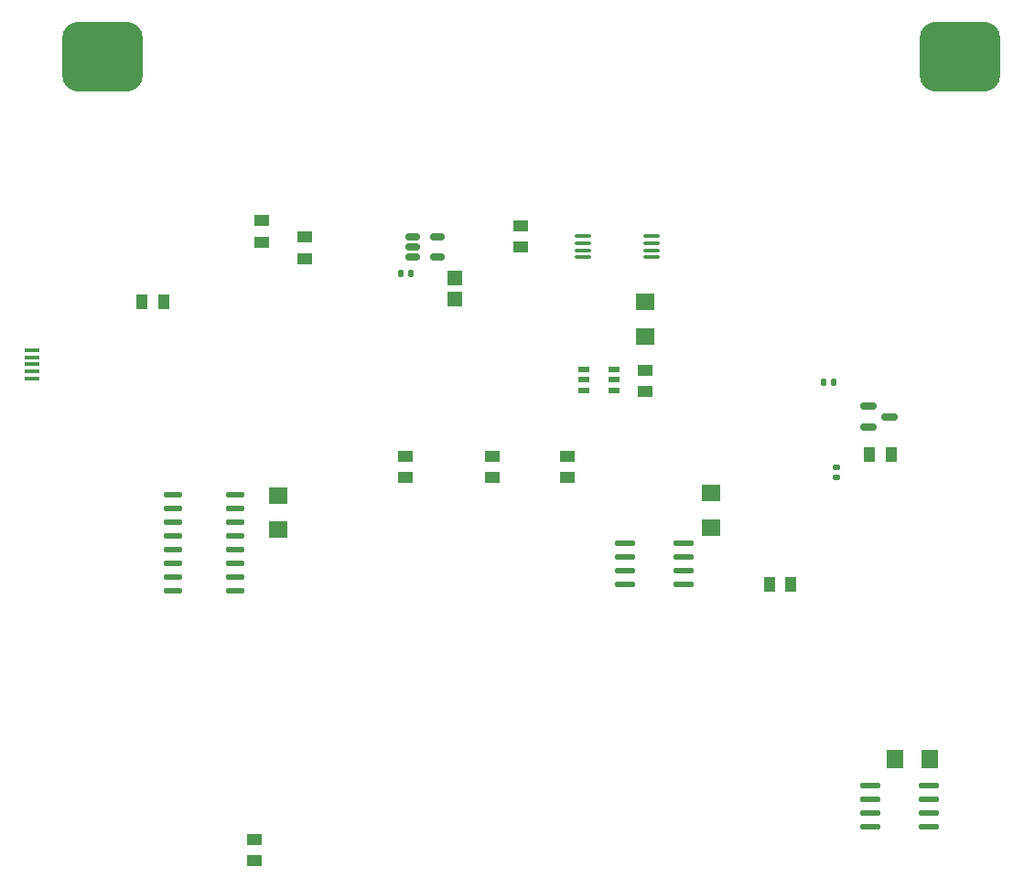
<source format=gbr>
%TF.GenerationSoftware,KiCad,Pcbnew,(7.0.0)*%
%TF.CreationDate,2023-04-24T10:58:27+02:00*%
%TF.ProjectId,Main Schematic,4d61696e-2053-4636-9865-6d617469632e,rev?*%
%TF.SameCoordinates,Original*%
%TF.FileFunction,Paste,Top*%
%TF.FilePolarity,Positive*%
%FSLAX46Y46*%
G04 Gerber Fmt 4.6, Leading zero omitted, Abs format (unit mm)*
G04 Created by KiCad (PCBNEW (7.0.0)) date 2023-04-24 10:58:27*
%MOMM*%
%LPD*%
G01*
G04 APERTURE LIST*
G04 Aperture macros list*
%AMRoundRect*
0 Rectangle with rounded corners*
0 $1 Rounding radius*
0 $2 $3 $4 $5 $6 $7 $8 $9 X,Y pos of 4 corners*
0 Add a 4 corners polygon primitive as box body*
4,1,4,$2,$3,$4,$5,$6,$7,$8,$9,$2,$3,0*
0 Add four circle primitives for the rounded corners*
1,1,$1+$1,$2,$3*
1,1,$1+$1,$4,$5*
1,1,$1+$1,$6,$7*
1,1,$1+$1,$8,$9*
0 Add four rect primitives between the rounded corners*
20,1,$1+$1,$2,$3,$4,$5,0*
20,1,$1+$1,$4,$5,$6,$7,0*
20,1,$1+$1,$6,$7,$8,$9,0*
20,1,$1+$1,$8,$9,$2,$3,0*%
G04 Aperture macros list end*
%ADD10R,1.000000X0.550013*%
%ADD11RoundRect,1.625000X-2.125000X-1.625000X2.125000X-1.625000X2.125000X1.625000X-2.125000X1.625000X0*%
%ADD12R,1.727991X1.485014*%
%ADD13R,1.350013X1.410008*%
%ADD14RoundRect,0.150000X-0.512500X-0.150000X0.512500X-0.150000X0.512500X0.150000X-0.512500X0.150000X0*%
%ADD15R,1.132537X1.377013*%
%ADD16R,1.377013X1.132537*%
%ADD17RoundRect,0.140000X0.140000X0.170000X-0.140000X0.170000X-0.140000X-0.170000X0.140000X-0.170000X0*%
%ADD18RoundRect,0.140000X-0.170000X0.140000X-0.170000X-0.140000X0.170000X-0.140000X0.170000X0.140000X0*%
%ADD19R,1.485014X1.727991*%
%ADD20O,1.950216X0.568402*%
%ADD21RoundRect,0.150000X-0.587500X-0.150000X0.587500X-0.150000X0.587500X0.150000X-0.587500X0.150000X0*%
%ADD22O,1.500000X0.400000*%
%ADD23R,1.400000X0.400000*%
%ADD24O,1.745009X0.559995*%
G04 APERTURE END LIST*
D10*
%TO.C,IC1*%
X156812885Y-79109186D03*
X156812885Y-80059148D03*
X156812885Y-81009110D03*
X159612987Y-81009110D03*
X159612987Y-80059148D03*
X159612987Y-79109186D03*
%TD*%
D11*
%TO.C,BT1*%
X191562886Y-50109187D03*
X112262886Y-50109187D03*
%TD*%
D12*
%TO.C,C6*%
X168528999Y-90540833D03*
X168528999Y-93725999D03*
%TD*%
%TO.C,C5*%
X162432999Y-76014582D03*
X162432999Y-72829416D03*
%TD*%
D13*
%TO.C,C3*%
X144879999Y-70589999D03*
X144879999Y-72589999D03*
%TD*%
D12*
%TO.C,C7*%
X128523999Y-90736416D03*
X128523999Y-93921582D03*
%TD*%
D14*
%TO.C,U2*%
X140982886Y-66779187D03*
X140982886Y-67729187D03*
X140982886Y-68679187D03*
X143257886Y-68679187D03*
X143257886Y-66779187D03*
%TD*%
D15*
%TO.C,R9*%
X173959999Y-98989999D03*
X175959999Y-98989999D03*
%TD*%
D16*
%TO.C,R2*%
X126980091Y-65326760D03*
X126980091Y-67326760D03*
%TD*%
D17*
%TO.C,C1*%
X179940000Y-80270000D03*
X178980000Y-80270000D03*
%TD*%
D18*
%TO.C,C2*%
X180175386Y-88109187D03*
X180175386Y-89069187D03*
%TD*%
D19*
%TO.C,C8*%
X188815165Y-115189999D03*
X185629999Y-115189999D03*
%TD*%
D16*
%TO.C,R7*%
X148312885Y-87109186D03*
X148312885Y-89109186D03*
%TD*%
D20*
%TO.C,U4*%
X183314894Y-117604995D03*
X183314894Y-118874998D03*
X183314894Y-120145000D03*
X183314894Y-121415003D03*
X188725104Y-121415003D03*
X188725104Y-120145000D03*
X188725104Y-118874998D03*
X188725104Y-117604995D03*
%TD*%
D16*
%TO.C,R1*%
X126312885Y-122571686D03*
X126312885Y-124571686D03*
%TD*%
D17*
%TO.C,C4*%
X140815000Y-70231000D03*
X139855000Y-70231000D03*
%TD*%
D16*
%TO.C,R8*%
X155312885Y-87109186D03*
X155312885Y-89109186D03*
%TD*%
%TO.C,R4*%
X150982885Y-67779186D03*
X150982885Y-65779186D03*
%TD*%
D15*
%TO.C,R12*%
X183209999Y-86949999D03*
X185209999Y-86949999D03*
%TD*%
D21*
%TO.C,U1*%
X183172500Y-82500000D03*
X183172500Y-84400000D03*
X185047500Y-83450000D03*
%TD*%
D20*
%TO.C,IC2*%
X160607780Y-95204182D03*
X160607780Y-96474185D03*
X160607780Y-97744187D03*
X160607780Y-99014190D03*
X166017990Y-99014190D03*
X166017990Y-97744187D03*
X166017990Y-96474185D03*
X166017990Y-95204182D03*
%TD*%
D16*
%TO.C,R3*%
X130982885Y-66816686D03*
X130982885Y-68816686D03*
%TD*%
D15*
%TO.C,R13*%
X115922816Y-72859999D03*
X117922816Y-72859999D03*
%TD*%
D22*
%TO.C,Q1*%
X156682530Y-66753913D03*
X156682530Y-67404154D03*
X156682530Y-68054396D03*
X156682530Y-68704637D03*
X163083342Y-68704637D03*
X163083342Y-68054396D03*
X163083342Y-67404154D03*
X163083342Y-66753913D03*
%TD*%
D16*
%TO.C,R5*%
X162432999Y-81136999D03*
X162432999Y-79136999D03*
%TD*%
D23*
%TO.C,J6*%
X105742172Y-77313024D03*
X105742172Y-77963012D03*
X105742172Y-78612999D03*
X105742172Y-79262986D03*
X105742172Y-79912974D03*
%TD*%
D24*
%TO.C,U3*%
X118767901Y-90689171D03*
X118767901Y-91959174D03*
X118767901Y-93229176D03*
X118767901Y-94499179D03*
X118767901Y-95769181D03*
X118767901Y-97039184D03*
X118767901Y-98309186D03*
X118767901Y-99579189D03*
X124512885Y-99579189D03*
X124512885Y-98309186D03*
X124512885Y-97039184D03*
X124512885Y-95769181D03*
X124512885Y-94499179D03*
X124512885Y-93229176D03*
X124512885Y-91959174D03*
X124512885Y-90689171D03*
%TD*%
D16*
%TO.C,R6*%
X140312885Y-87109186D03*
X140312885Y-89109186D03*
%TD*%
M02*

</source>
